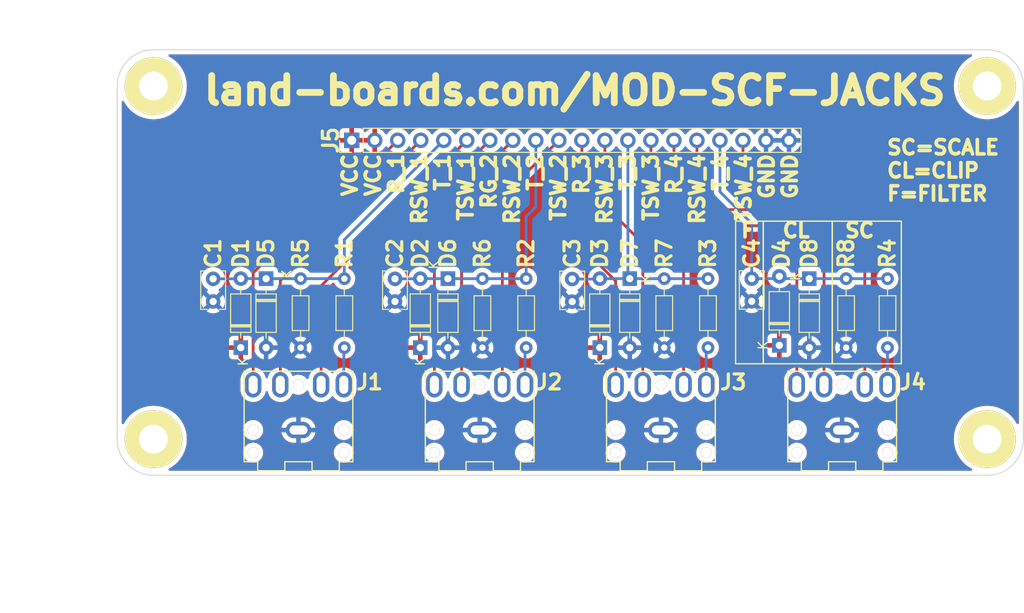
<source format=kicad_pcb>
(kicad_pcb (version 20211014) (generator pcbnew)
  (layers (0 "F.Cu" signal) (31 "B.Cu" signal) (34 "B.Paste" user) (35 "F.Paste" user) (36 "B.SilkS" user "B.Silkscreen") (37 "F.SilkS" user "F.Silkscreen") (38 "B.Mask" user) (39 "F.Mask" user) (44 "Edge.Cuts" user))
  (net 0 "")
  (net 1 "GND")
  (net 2 "/RING1")
  (net 3 "/RING1N")
  (net 4 "/TIP1")
  (net 5 "/TIP1N")
  (net 6 "/RING2N")
  (net 7 "/RING2")
  (net 8 "/TIP2N")
  (net 9 "/TIP2")
  (net 10 "/RING3N")
  (net 11 "/RING3")
  (net 12 "/TIP3N")
  (net 13 "/TIP3")
  (net 14 "/RING4N")
  (net 15 "/RING4")
  (net 16 "/TIP4N")
  (net 17 "/TIP4")
  (net 18 "Net-(J1-PadT)")
  (net 19 "Net-(J2-PadT)")
  (net 20 "Net-(J3-PadT)")
  (net 21 "Net-(J4-PadT)")
  (net 22 "VCC")
  (footprint "LandBoards_MountHoles:MTG-4-40" (layer "F.Cu") (at 94 83)
    (fp_text reference "MTG1" hide)
    (fp_text value "MountingHole" hide)
    (pad "1" thru_hole circle locked (at 0 0) (size 6.35 6.35) (drill 3.175) (layers *.Cu *.Mask "F.SilkS"))
  )
  (footprint "Resistor_THT:R_Axial_DIN0204_L3.6mm_D1.6mm_P7.62mm_Horizontal" (layer "F.Cu") (at 170.434 72.898 90)
    (fp_text reference "R8" (at 10.414 0 90) (layer "F.SilkS") (effects (font (size 1.651 1.651) (thickness 0.34925))))
    (fp_text value "33K")
    (fp_line (start 1.89 0.92) (end 5.73 0.92) (layer "F.SilkS") (width 0.12))
    (fp_line (start 5.73 -0.92) (end 1.89 -0.92) (layer "F.SilkS") (width 0.12))
    (fp_line (start 6.68 0) (end 5.73 0) (layer "F.SilkS") (width 0.12))
    (fp_line (start 0.94 0) (end 1.89 0) (layer "F.SilkS") (width 0.12))
    (fp_line (start 5.73 0.92) (end 5.73 -0.92) (layer "F.SilkS") (width 0.12))
    (fp_line (start 1.89 -0.92) (end 1.89 0.92) (layer "F.SilkS") (width 0.12))
    (pad "1" thru_hole circle (at 0 0 90) (size 1.4 1.4) (drill 0.7) (layers *.Cu *.Mask) (net 1 "GND"))
    (pad "2" thru_hole oval (at 7.62 0 90) (size 1.4 1.4) (drill 0.7) (layers *.Cu *.Mask) (net 17 "/TIP4"))
  )
  (footprint "LandBoards_Conns:Jack_3.5mm_CUI_SJ1-3523N_Horizontal" (layer "F.Cu") (at 130 82 180)
    (fp_text reference "J2" (at -7.668 5.292) (layer "F.SilkS") (effects (font (size 1.651 1.651) (thickness 0.34925))))
    (fp_text value "AudioJack3_SwitchTR" hide)
    (fp_line (start -4.5 -4.5) (end -1.5 -4.5) (layer "F.SilkS") (width 0.15))
    (fp_line (start -4.5 -3.5) (end -6 -3.5) (layer "F.SilkS") (width 0.15))
    (fp_line (start -4.5 -3.5) (end -4.5 -4.5) (layer "F.SilkS") (width 0.15))
    (fp_line (start 4.5 -3.5) (end 4.5 -4.5) (layer "F.SilkS") (width 0.15))
    (fp_line (start -1.5 -3.5) (end 1.5 -3.5) (layer "F.SilkS") (width 0.15))
    (fp_line (start -1.5 -4.5) (end -1.5 -3.5) (layer "F.SilkS") (width 0.15))
    (fp_line (start 4.5 -4.5) (end 1.5 -4.5) (layer "F.SilkS") (width 0.15))
    (fp_line (start 1.5 -4.5) (end 1.5 -3.5) (layer "F.SilkS") (width 0.15))
    (fp_line (start 6 6.5) (end 6 -3.5) (layer "F.SilkS") (width 0.15))
    (fp_line (start -6 6.5) (end -6 -3.5) (layer "F.SilkS") (width 0.15))
    (fp_line (start 4.5 -3.5) (end 6 -3.5) (layer "F.SilkS") (width 0.15))
    (fp_line (start -6 6.5) (end 6 6.5) (layer "F.SilkS") (width 0.15))
    (pad "90" thru_hole circle (at 5 0 180) (size 1.2 1.2) (drill 1.2) (layers *.Cu *.Mask))
    (pad "90" thru_hole circle (at -5 0 180) (size 1.2 1.2) (drill 1.2) (layers *.Cu *.Mask))
    (pad "90" thru_hole circle (at 0 5 180) (size 1.2 1.2) (drill 1.2) (layers *.Cu *.Mask))
    (pad "90" thru_hole circle (at 5 -2.5 180) (size 1.2 1.2) (drill 1.2) (layers *.Cu *.Mask))
    (pad "90" thru_hole circle (at -5 -2.5 180) (size 1.2 1.2) (drill 1.2) (layers *.Cu *.Mask))
    (pad "R" thru_hole oval (at 5 5 270) (size 2.8 1.8) (drill oval 2 1) (layers *.Cu *.Mask) (net 7 "/RING2"))
    (pad "RN" thru_hole oval (at 2 5 270) (size 2.8 1.8) (drill oval 2 1) (layers *.Cu *.Mask) (net 6 "/RING2N"))
    (pad "S" thru_hole oval (at 0 0 180) (size 2.8 1.8) (drill oval 2 1) (layers *.Cu *.Mask) (net 1 "GND"))
    (pad "T" thru_hole oval (at -5 5 270) (size 2.8 1.8) (drill oval 2 1) (layers *.Cu *.Mask) (net 19 "Net-(J2-PadT)"))
    (pad "TN" thru_hole oval (at -2.5 5 270) (size 2.8 1.8) (drill oval 2 1) (layers *.Cu *.Mask) (net 8 "/TIP2N"))
  )
  (footprint "Diode_THT:D_DO-35_SOD27_P7.62mm_Horizontal" (layer "F.Cu") (at 166.37 65.278 -90)
    (fp_text reference "D8" (at -2.794 0 90) (layer "F.SilkS") (effects (font (size 1.651 1.651) (thickness 0.34925))))
    (fp_text value "BAT41")
    (fp_text user "K" (at -0.254 1.524 90) (layer "F.SilkS"))
    (fp_line (start 2.53 -1.12) (end 2.53 1.12) (layer "F.SilkS") (width 0.12))
    (fp_line (start 6.58 0) (end 5.93 0) (layer "F.SilkS") (width 0.12))
    (fp_line (start 2.29 -1.12) (end 2.29 1.12) (layer "F.SilkS") (width 0.12))
    (fp_line (start 5.93 1.12) (end 5.93 -1.12) (layer "F.SilkS") (width 0.12))
    (fp_line (start 1.69 1.12) (end 5.93 1.12) (layer "F.SilkS") (width 0.12))
    (fp_line (start 2.41 -1.12) (end 2.41 1.12) (layer "F.SilkS") (width 0.12))
    (fp_line (start 1.69 -1.12) (end 1.69 1.12) (layer "F.SilkS") (width 0.12))
    (fp_line (start 1.04 0) (end 1.69 0) (layer "F.SilkS") (width 0.12))
    (fp_line (start 5.93 -1.12) (end 1.69 -1.12) (layer "F.SilkS") (width 0.12))
    (pad "1" thru_hole rect (at 0 0 270) (size 1.6 1.6) (drill 0.8) (layers *.Cu *.Mask) (net 17 "/TIP4"))
    (pad "2" thru_hole oval (at 7.62 0 270) (size 1.6 1.6) (drill 0.8) (layers *.Cu *.Mask) (net 1 "GND"))
  )
  (footprint "Resistor_THT:R_Axial_DIN0204_L3.6mm_D1.6mm_P7.62mm_Horizontal" (layer "F.Cu") (at 115.062 72.898 90)
    (fp_text reference "R1" (at 10.414 0 90) (layer "F.SilkS") (effects (font (size 1.651 1.651) (thickness 0.34925))))
    (fp_text value "22K")
    (fp_line (start 5.73 0.92) (end 5.73 -0.92) (layer "F.SilkS") (width 0.12))
    (fp_line (start 1.89 -0.92) (end 1.89 0.92) (layer "F.SilkS") (width 0.12))
    (fp_line (start 5.73 -0.92) (end 1.89 -0.92) (layer "F.SilkS") (width 0.12))
    (fp_line (start 6.68 0) (end 5.73 0) (layer "F.SilkS") (width 0.12))
    (fp_line (start 0.94 0) (end 1.89 0) (layer "F.SilkS") (width 0.12))
    (fp_line (start 1.89 0.92) (end 5.73 0.92) (layer "F.SilkS") (width 0.12))
    (pad "1" thru_hole circle (at 0 0 90) (size 1.4 1.4) (drill 0.7) (layers *.Cu *.Mask) (net 18 "Net-(J1-PadT)"))
    (pad "2" thru_hole oval (at 7.62 0 90) (size 1.4 1.4) (drill 0.7) (layers *.Cu *.Mask) (net 4 "/TIP1"))
  )
  (footprint "Diode_THT:D_DO-35_SOD27_P7.62mm_Horizontal" (layer "F.Cu") (at 163.068 72.644 90)
    (fp_text reference "D4" (at 10.16 0.254 90) (layer "F.SilkS") (effects (font (size 1.651 1.651) (thickness 0.34925))))
    (fp_text value "BAT41")
    (fp_text user "K" (at 0 -1.8 90) (layer "F.SilkS"))
    (fp_line (start 1.04 0) (end 1.69 0) (layer "F.SilkS") (width 0.12))
    (fp_line (start 2.29 -1.12) (end 2.29 1.12) (layer "F.SilkS") (width 0.12))
    (fp_line (start 2.53 -1.12) (end 2.53 1.12) (layer "F.SilkS") (width 0.12))
    (fp_line (start 1.69 -1.12) (end 1.69 1.12) (layer "F.SilkS") (width 0.12))
    (fp_line (start 5.93 -1.12) (end 1.69 -1.12) (layer "F.SilkS") (width 0.12))
    (fp_line (start 5.93 1.12) (end 5.93 -1.12) (layer "F.SilkS") (width 0.12))
    (fp_line (start 1.69 1.12) (end 5.93 1.12) (layer "F.SilkS") (width 0.12))
    (fp_line (start 2.41 -1.12) (end 2.41 1.12) (layer "F.SilkS") (width 0.12))
    (fp_line (start 6.58 0) (end 5.93 0) (layer "F.SilkS") (width 0.12))
    (pad "1" thru_hole rect (at 0 0 90) (size 1.6 1.6) (drill 0.8) (layers *.Cu *.Mask) (net 22 "VCC"))
    (pad "2" thru_hole oval (at 7.62 0 90) (size 1.6 1.6) (drill 0.8) (layers *.Cu *.Mask) (net 17 "/TIP4"))
  )
  (footprint "Resistor_THT:R_Axial_DIN0204_L3.6mm_D1.6mm_P7.62mm_Horizontal" (layer "F.Cu") (at 155.194 72.898 90)
    (fp_text reference "R3" (at 10.414 0 90) (layer "F.SilkS") (effects (font (size 1.651 1.651) (thickness 0.34925))))
    (fp_text value "22K")
    (fp_line (start 5.73 0.92) (end 5.73 -0.92) (layer "F.SilkS") (width 0.12))
    (fp_line (start 1.89 0.92) (end 5.73 0.92) (layer "F.SilkS") (width 0.12))
    (fp_line (start 5.73 -0.92) (end 1.89 -0.92) (layer "F.SilkS") (width 0.12))
    (fp_line (start 0.94 0) (end 1.89 0) (layer "F.SilkS") (width 0.12))
    (fp_line (start 1.89 -0.92) (end 1.89 0.92) (layer "F.SilkS") (width 0.12))
    (fp_line (start 6.68 0) (end 5.73 0) (layer "F.SilkS") (width 0.12))
    (pad "1" thru_hole circle (at 0 0 90) (size 1.4 1.4) (drill 0.7) (layers *.Cu *.Mask) (net 20 "Net-(J3-PadT)"))
    (pad "2" thru_hole oval (at 7.62 0 90) (size 1.4 1.4) (drill 0.7) (layers *.Cu *.Mask) (net 13 "/TIP3"))
  )
  (footprint "Diode_THT:D_DO-35_SOD27_P7.62mm_Horizontal" (layer "F.Cu") (at 106.426 65.278 -90)
    (fp_text reference "D5" (at -2.794 0 90) (layer "F.SilkS") (effects (font (size 1.651 1.651) (thickness 0.34925))))
    (fp_text value "BAT41")
    (fp_text user "K" (at -0.508 -2.286 90) (layer "F.SilkS"))
    (fp_line (start 5.93 -1.12) (end 1.69 -1.12) (layer "F.SilkS") (width 0.12))
    (fp_line (start 1.04 0) (end 1.69 0) (layer "F.SilkS") (width 0.12))
    (fp_line (start 1.69 1.12) (end 5.93 1.12) (layer "F.SilkS") (width 0.12))
    (fp_line (start 2.41 -1.12) (end 2.41 1.12) (layer "F.SilkS") (width 0.12))
    (fp_line (start 2.53 -1.12) (end 2.53 1.12) (layer "F.SilkS") (width 0.12))
    (fp_line (start 1.69 -1.12) (end 1.69 1.12) (layer "F.SilkS") (width 0.12))
    (fp_line (start 2.29 -1.12) (end 2.29 1.12) (layer "F.SilkS") (width 0.12))
    (fp_line (start 5.93 1.12) (end 5.93 -1.12) (layer "F.SilkS") (width 0.12))
    (fp_line (start 6.58 0) (end 5.93 0) (layer "F.SilkS") (width 0.12))
    (pad "1" thru_hole rect (at 0 0 270) (size 1.6 1.6) (drill 0.8) (layers *.Cu *.Mask) (net 4 "/TIP1"))
    (pad "2" thru_hole oval (at 7.62 0 270) (size 1.6 1.6) (drill 0.8) (layers *.Cu *.Mask) (net 1 "GND"))
  )
  (footprint "Capacitor_THT:C_Rect_L4.0mm_W2.5mm_P2.50mm" (layer "F.Cu") (at 140.208 65.318 -90)
    (fp_text reference "C3" (at -2.834 0 90) (layer "F.SilkS") (effects (font (size 1.651 1.651) (thickness 0.34925))))
    (fp_text value "10nF")
    (fp_line (start 3.37 0.665) (end 3.37 1.37) (layer "F.SilkS") (width 0.12))
    (fp_line (start -0.87 -1.37) (end -0.87 -0.665) (layer "F.SilkS") (width 0.12))
    (fp_line (start -0.87 1.37) (end 3.37 1.37) (layer "F.SilkS") (width 0.12))
    (fp_line (start -0.87 0.665) (end -0.87 1.37) (layer "F.SilkS") (width 0.12))
    (fp_line (start -0.87 -1.37) (end 3.37 -1.37) (layer "F.SilkS") (width 0.12))
    (fp_line (start 3.37 -1.37) (end 3.37 -0.665) (layer "F.SilkS") (width 0.12))
    (pad "1" thru_hole circle (at 0 0 270) (size 1.6 1.6) (drill 0.8) (layers *.Cu *.Mask) (net 13 "/TIP3"))
    (pad "2" thru_hole circle (at 2.5 0 270) (size 1.6 1.6) (drill 0.8) (layers *.Cu *.Mask) (net 1 "GND"))
  )
  (footprint "Diode_THT:D_DO-35_SOD27_P7.62mm_Horizontal" (layer "F.Cu") (at 123.444 72.898 90)
    (fp_text reference "D2" (at 10.414 0 90) (layer "F.SilkS") (effects (font (size 1.651 1.651) (thickness 0.34925))))
    (fp_text value "BAT41")
    (fp_text user "K" (at -1.524 0 90) (layer "F.SilkS"))
    (fp_line (start 1.69 1.12) (end 5.93 1.12) (layer "F.SilkS") (width 0.12))
    (fp_line (start 2.29 -1.12) (end 2.29 1.12) (layer "F.SilkS") (width 0.12))
    (fp_line (start 1.69 -1.12) (end 1.69 1.12) (layer "F.SilkS") (width 0.12))
    (fp_line (start 5.93 -1.12) (end 1.69 -1.12) (layer "F.SilkS") (width 0.12))
    (fp_line (start 5.93 1.12) (end 5.93 -1.12) (layer "F.SilkS") (width 0.12))
    (fp_line (start 2.41 -1.12) (end 2.41 1.12) (layer "F.SilkS") (width 0.12))
    (fp_line (start 1.04 0) (end 1.69 0) (layer "F.SilkS") (width 0.12))
    (fp_line (start 6.58 0) (end 5.93 0) (layer "F.SilkS") (width 0.12))
    (fp_line (start 2.53 -1.12) (end 2.53 1.12) (layer "F.SilkS") (width 0.12))
    (pad "1" thru_hole rect (at 0 0 90) (size 1.6 1.6) (drill 0.8) (layers *.Cu *.Mask) (net 22 "VCC"))
    (pad "2" thru_hole oval (at 7.62 0 90) (size 1.6 1.6) (drill 0.8) (layers *.Cu *.Mask) (net 9 "/TIP2"))
  )
  (footprint "Diode_THT:D_DO-35_SOD27_P7.62mm_Horizontal" (layer "F.Cu") (at 103.632 72.898 90)
    (fp_text reference "D1" (at 10.414 0 90) (layer "F.SilkS") (effects (font (size 1.651 1.651) (thickness 0.34925))))
    (fp_text value "BAT41")
    (fp_text user "K" (at -1.524 0.254 90) (layer "F.SilkS"))
    (fp_line (start 6.58 0) (end 5.93 0) (layer "F.SilkS") (width 0.12))
    (fp_line (start 2.41 -1.12) (end 2.41 1.12) (layer "F.SilkS") (width 0.12))
    (fp_line (start 2.53 -1.12) (end 2.53 1.12) (layer "F.SilkS") (width 0.12))
    (fp_line (start 5.93 -1.12) (end 1.69 -1.12) (layer "F.SilkS") (width 0.12))
    (fp_line (start 1.69 -1.12) (end 1.69 1.12) (layer "F.SilkS") (width 0.12))
    (fp_line (start 2.29 -1.12) (end 2.29 1.12) (layer "F.SilkS") (width 0.12))
    (fp_line (start 1.69 1.12) (end 5.93 1.12) (layer "F.SilkS") (width 0.12))
    (fp_line (start 5.93 1.12) (end 5.93 -1.12) (layer "F.SilkS") (width 0.12))
    (fp_line (start 1.04 0) (end 1.69 0) (layer "F.SilkS") (width 0.12))
    (pad "1" thru_hole rect (at 0 0 90) (size 1.6 1.6) (drill 0.8) (layers *.Cu *.Mask) (net 22 "VCC"))
    (pad "2" thru_hole oval (at 7.62 0 90) (size 1.6 1.6) (drill 0.8) (layers *.Cu *.Mask) (net 4 "/TIP1"))
  )
  (footprint "Diode_THT:D_DO-35_SOD27_P7.62mm_Horizontal" (layer "F.Cu") (at 143.256 72.898 90)
    (fp_text reference "D3" (at 10.414 0 90) (layer "F.SilkS") (effects (font (size 1.651 1.651) (thickness 0.34925))))
    (fp_text value "BAT41")
    (fp_text user "K" (at -1.524 0 90) (layer "F.SilkS"))
    (fp_line (start 2.29 -1.12) (end 2.29 1.12) (layer "F.SilkS") (width 0.12))
    (fp_line (start 1.04 0) (end 1.69 0) (layer "F.SilkS") (width 0.12))
    (fp_line (start 2.41 -1.12) (end 2.41 1.12) (layer "F.SilkS") (width 0.12))
    (fp_line (start 2.53 -1.12) (end 2.53 1.12) (layer "F.SilkS") (width 0.12))
    (fp_line (start 5.93 1.12) (end 5.93 -1.12) (layer "F.SilkS") (width 0.12))
    (fp_line (start 5.93 -1.12) (end 1.69 -1.12) (layer "F.SilkS") (width 0.12))
    (fp_line (start 6.58 0) (end 5.93 0) (layer "F.SilkS") (width 0.12))
    (fp_line (start 1.69 -1.12) (end 1.69 1.12) (layer "F.SilkS") (width 0.12))
    (fp_line (start 1.69 1.12) (end 5.93 1.12) (layer "F.SilkS") (width 0.12))
    (pad "1" thru_hole rect (at 0 0 90) (size 1.6 1.6) (drill 0.8) (layers *.Cu *.Mask) (net 22 "VCC"))
    (pad "2" thru_hole oval (at 7.62 0 90) (size 1.6 1.6) (drill 0.8) (layers *.Cu *.Mask) (net 13 "/TIP3"))
  )
  (footprint "Diode_THT:D_DO-35_SOD27_P7.62mm_Horizontal" (layer "F.Cu") (at 126.492 65.278 -90)
    (fp_text reference "D6" (at -2.794 0 90) (layer "F.SilkS") (effects (font (size 1.651 1.651) (thickness 0.34925))))
    (fp_text value "BAT41")
    (fp_text user "K" (at -1.524 1.524 90) (layer "F.SilkS"))
    (fp_line (start 1.69 1.12) (end 5.93 1.12) (layer "F.SilkS") (width 0.12))
    (fp_line (start 1.69 -1.12) (end 1.69 1.12) (layer "F.SilkS") (width 0.12))
    (fp_line (start 2.41 -1.12) (end 2.41 1.12) (layer "F.SilkS") (width 0.12))
    (fp_line (start 1.04 0) (end 1.69 0) (layer "F.SilkS") (width 0.12))
    (fp_line (start 5.93 1.12) (end 5.93 -1.12) (layer "F.SilkS") (width 0.12))
    (fp_line (start 6.58 0) (end 5.93 0) (layer "F.SilkS") (width 0.12))
    (fp_line (start 2.29 -1.12) (end 2.29 1.12) (layer "F.SilkS") (width 0.12))
    (fp_line (start 2.53 -1.12) (end 2.53 1.12) (layer "F.SilkS") (width 0.12))
    (fp_line (start 5.93 -1.12) (end 1.69 -1.12) (layer "F.SilkS") (width 0.12))
    (pad "1" thru_hole rect (at 0 0 270) (size 1.6 1.6) (drill 0.8) (layers *.Cu *.Mask) (net 9 "/TIP2"))
    (pad "2" thru_hole oval (at 7.62 0 270) (size 1.6 1.6) (drill 0.8) (layers *.Cu *.Mask) (net 1 "GND"))
  )
  (footprint "Diode_THT:D_DO-35_SOD27_P7.62mm_Horizontal" (layer "F.Cu") (at 146.558 65.278 -90)
    (fp_text reference "D7" (at -2.794 0 90) (layer "F.SilkS") (effects (font (size 1.651 1.651) (thickness 0.34925))))
    (fp_text value "BAT41")
    (fp_text user "K" (at 0 -1.8 90) (layer "F.SilkS"))
    (fp_line (start 6.58 0) (end 5.93 0) (layer "F.SilkS") (width 0.12))
    (fp_line (start 1.04 0) (end 1.69 0) (layer "F.SilkS") (width 0.12))
    (fp_line (start 2.29 -1.12) (end 2.29 1.12) (layer "F.SilkS") (width 0.12))
    (fp_line (start 2.53 -1.12) (end 2.53 1.12) (layer "F.SilkS") (width 0.12))
    (fp_line (start 5.93 1.12) (end 5.93 -1.12) (layer "F.SilkS") (width 0.12))
    (fp_line (start 2.41 -1.12) (end 2.41 1.12) (layer "F.SilkS") (width 0.12))
    (fp_line (start 1.69 -1.12) (end 1.69 1.12) (layer "F.SilkS") (width 0.12))
    (fp_line (start 1.69 1.12) (end 5.93 1.12) (layer "F.SilkS") (width 0.12))
    (fp_line (start 5.93 -1.12) (end 1.69 -1.12) (layer "F.SilkS") (width 0.12))
    (pad "1" thru_hole rect (at 0 0 270) (size 1.6 1.6) (drill 0.8) (layers *.Cu *.Mask) (net 13 "/TIP3"))
    (pad "2" thru_hole oval (at 7.62 0 270) (size 1.6 1.6) (drill 0.8) (layers *.Cu *.Mask) (net 1 "GND"))
  )
  (footprint "LandBoards_MountHoles:MTG-4-40" (layer "F.Cu") (at 94 44)
    (fp_text reference "MTG3" hide)
    (fp_text value "MountingHole" hide)
    (pad "1" thru_hole circle locked (at 0 0) (size 6.35 6.35) (drill 3.175) (layers *.Cu *.Mask "F.SilkS"))
  )
  (footprint "Resistor_THT:R_Axial_DIN0204_L3.6mm_D1.6mm_P7.62mm_Horizontal" (layer "F.Cu") (at 130.302 72.898 90)
    (fp_text reference "R6" (at 10.414 0 90) (layer "F.SilkS") (effects (font (size 1.651 1.651) (thickness 0.34925))))
    (fp_text value "33K")
    (fp_line (start 6.68 0) (end 5.73 0) (layer "F.SilkS") (width 0.12))
    (fp_line (start 1.89 -0.92) (end 1.89 0.92) (layer "F.SilkS") (width 0.12))
    (fp_line (start 1.89 0.92) (end 5.73 0.92) (layer "F.SilkS") (width 0.12))
    (fp_line (start 0.94 0) (end 1.89 0) (layer "F.SilkS") (width 0.12))
    (fp_line (start 5.73 -0.92) (end 1.89 -0.92) (layer "F.SilkS") (width 0.12))
    (fp_line (start 5.73 0.92) (end 5.73 -0.92) (layer "F.SilkS") (width 0.12))
    (pad "1" thru_hole circle (at 0 0 90) (size 1.4 1.4) (drill 0.7) (layers *.Cu *.Mask) (net 1 "GND"))
    (pad "2" thru_hole oval (at 7.62 0 90) (size 1.4 1.4) (drill 0.7) (layers *.Cu *.Mask) (net 9 "/TIP2"))
  )
  (footprint "LandBoards_Conns:Jack_3.5mm_CUI_SJ1-3523N_Horizontal" (layer "F.Cu") (at 170 82 180)
    (fp_text reference "J4" (at -7.8 5.292) (layer "F.SilkS") (effects (font (size 1.651 1.651) (thickness 0.34925))))
    (fp_text value "AudioJack3_SwitchTR" hide)
    (fp_line (start 4.5 -4.5) (end 1.5 -4.5) (layer "F.SilkS") (width 0.15))
    (fp_line (start 4.5 -3.5) (end 4.5 -4.5) (layer "F.SilkS") (width 0.15))
    (fp_line (start -1.5 -3.5) (end 1.5 -3.5) (layer "F.SilkS") (width 0.15))
    (fp_line (start -6 6.5) (end 6 6.5) (layer "F.SilkS") (width 0.15))
    (fp_line (start -4.5 -3.5) (end -6 -3.5) (layer "F.SilkS") (width 0.15))
    (fp_line (start -4.5 -3.5) (end -4.5 -4.5) (layer "F.SilkS") (width 0.15))
    (fp_line (start -1.5 -4.5) (end -1.5 -3.5) (layer "F.SilkS") (width 0.15))
    (fp_line (start -6 6.5) (end -6 -3.5) (layer "F.SilkS") (width 0.15))
    (fp_line (start 4.5 -3.5) (end 6 -3.5) (layer "F.SilkS") (width 0.15))
    (fp_line (start -4.5 -4.5) (end -1.5 -4.5) (layer "F.SilkS") (width 0.15))
    (fp_line (start 1.5 -4.5) (end 1.5 -3.5) (layer "F.SilkS") (width 0.15))
    (fp_line (start 6 6.5) (end 6 -3.5) (layer "F.SilkS") (width 0.15))
    (pad "90" thru_hole circle (at 5 0 180) (size 1.2 1.2) (drill 1.2) (layers *.Cu *.Mask))
    (pad "90" thru_hole circle (at -5 0 180) (size 1.2 1.2) (drill 1.2) (layers *.Cu *.Mask))
    (pad "90" thru_hole circle (at 5 -2.5 180) (size 1.2 1.2) (drill 1.2) (layers *.Cu *.Mask))
    (pad "90" thru_hole circle (at 0 5 180) (size 1.2 1.2) (drill 1.2) (layers *.Cu *.Mask))
    (pad "90" thru_hole circle (at -5 -2.5 180) (size 1.2 1.2) (drill 1.2) (layers *.Cu *.Mask))
    (pad "R" thru_hole oval (at 5 5 270) (size 2.8 1.8) (drill oval 2 1) (layers *.Cu *.Mask) (net 15 "/RING4"))
    (pad "RN" thru_hole oval (at 2 5 270) (size 2.8 1.8) (drill oval 2 1) (layers *.Cu *.Mask) (net 14 "/RING4N"))
    (pad "S" thru_hole oval (at 0 0 180) (size 2.8 1.8) (drill oval 2 1) (layers *.Cu *.Mask) (net 1 "GND"))
    (pad "T" thru_hole oval (at -5 5 270) (size 2.8 1.8) (drill oval 2 1) (layers *.Cu *.Mask) (net 21 "Net-(J4-PadT)"))
    (pad "TN" thru_hole oval (at -2.5 5 270) (size 2.8 1.8) (drill oval 2 1) (layers *.Cu *.Mask) (net 16 "/TIP4N"))
  )
  (footprint "Connector_PinHeader_2.54mm:PinHeader_1x20_P2.54mm_Vertical" (layer "F.Cu") (at 115.875 50 90)
    (fp_text reference "J5" (at 0 -2.33 90) (layer "F.SilkS") (effects (font (size 1.651 1.651) (thickness 0.34925))))
    (fp_text value "Conn_02x10_Odd_Even")
    (fp_line (start -1.33 0) (end -1.33 -1.33) (layer "F.SilkS") (width 0.12))
    (fp_line (start 1.33 1.27) (end 1.33 49.59) (layer "F.SilkS") (width 0.12))
    (fp_line (start -1.33 49.59) (end 1.33 49.59) (layer "F.SilkS") (width 0.12))
    (fp_line (start -1.33 1.27) (end -1.33 49.59) (layer "F.SilkS") (width 0.12))
    (fp_line (start -1.33 1.27) (end 1.33 1.27) (layer "F.SilkS") (width 0.12))
    (fp_line (start -1.33 -1.33) (end 0 -1.33) (layer "F.SilkS") (width 0.12))
    (pad "1" thru_hole rect (at 0 0 90) (size 1.7 1.7) (drill 1) (layers *.Cu *.Mask) (net 22 "VCC"))
    (pad "2" thru_hole oval (at 0 2.54 90) (size 1.7 1.7) (drill 1) (layers *.Cu *.Mask) (net 22 "VCC"))
    (pad "3" thru_hole oval (at 0 5.08 90) (size 1.7 1.7) (drill 1) (layers *.Cu *.Mask) (net 2 "/RING1"))
    (pad "4" thru_hole oval (at 0 7.62 90) (size 1.7 1.7) (drill 1) (layers *.Cu *.Mask) (net 3 "/RING1N"))
    (pad "5" thru_hole oval (at 0 10.16 90) (size 1.7 1.7) (drill 1) (layers *.Cu *.Mask) (net 4 "/TIP1"))
    (pad "6" thru_hole oval (at 0 12.7 90) (size 1.7 1.7) (drill 1) (layers *.Cu *.Mask) (net 5 "/TIP1N"))
    (pad "7" thru_hole oval (at 0 15.24 90) (size 1.7 1.7) (drill 1) (layers *.Cu *.Mask) (net 7 "/RING2"))
    (pad "8" thru_hole oval (at 0 17.78 90) (size 1.7 1.7) (drill 1) (layers *.Cu *.Mask) (net 6 "/RING2N"))
    (pad "9" thru_hole oval (at 0 20.32 90) (size 1.7 1.7) (drill 1) (layers *.Cu *.Mask) (net 9 "/TIP2"))
    (pad "10" thru_hole oval (at 0 22.86 90) (size 1.7 1.7) (drill 1) (layers *.Cu *.Mask) (net 8 "/TIP2N"))
    (pad "11" thru_hole oval (at 0 25.4 90) (size 1.7 1.7) (drill 1) (layers *.Cu *.Mask) (net 11 "/RING3"))
    (pad "12" thru_hole oval (at 0 27.94 90) (size 1.7 1.7) (drill 1) (layers *.Cu *.Mask) (net 10 "/RING3N"))
    (pad "13" thru_hole oval (at 0 30.48 90) (size 1.7 1.7) (drill 1) (layers *.Cu *.Mask) (net 13 "/TIP3"))
    (pad "14" thru_hole oval (at 0 33.02 90) (size 1.7 1.7) (drill 1) (layers *.Cu *.Mask) (net 12 "/TIP3N"))
    (pad "15" thru_hole oval (at 0 35.56 90) (size 1.7 1.7) (drill 1) (layers *.Cu *.Mask) (net 15 "/RING4"))
    (pad "16" thru_hole oval (at 0 38.1 90) (size 1.7 1.7) (drill 1) (layers *.Cu *.Mask) (net 14 "/RING4N"))
    (pad "17" thru_hole oval (at 0 40.64 90) (size 1.7 1.7) (drill 1) (layers *.Cu *.Mask) (net 17 "/TIP4"))
    (pad "18" thru_hole oval (at 0 43.18 90) (size 1.7 1.7) (drill 1) (layers *.Cu *.Mask) (net 16 "/TIP4N"))
    (pad "19" thru_hole oval (at 0 45.72 90) (size 1.7 1.7) (drill 1) (layers *.Cu *.Mask) (net 1 "GND"))
    (pad "20" thru_hole oval (at 0 48.26 90) (size 1.7 1.7) (drill 1) (layers *.Cu *.Mask) (net 1 "GND"))
  )
  (footprint "LandBoards_Conns:Jack_3.5mm_CUI_SJ1-3523N_Horizontal" (layer "F.Cu") (at 110 82 180)
    (fp_text reference "J1" (at -7.856 5.292) (layer "F.SilkS") (effects (font (size 1.651 1.651) (thickness 0.34925))))
    (fp_text value "AudioJack3_SwitchTR" hide)
    (fp_line (start -4.5 -3.5) (end -4.5 -4.5) (layer "F.SilkS") (width 0.15))
    (fp_line (start -4.5 -4.5) (end -1.5 -4.5) (layer "F.SilkS") (width 0.15))
    (fp_line (start -6 6.5) (end 6 6.5) (layer "F.SilkS") (width 0.15))
    (fp_line (start -6 6.5) (end -6 -3.5) (layer "F.SilkS") (width 0.15))
    (fp_line (start -1.5 -4.5) (end -1.5 -3.5) (layer "F.SilkS") (width 0.15))
    (fp_line (start -1.5 -3.5) (end 1.5 -3.5) (layer "F.SilkS") (width 0.15))
    (fp_line (start 1.5 -4.5) (end 1.5 -3.5) (layer "F.SilkS") (width 0.15))
    (fp_line (start 4.5 -3.5) (end 6 -3.5) (layer "F.SilkS") (width 0.15))
    (fp_line (start 6 6.5) (end 6 -3.5) (layer "F.SilkS") (width 0.15))
    (fp_line (start -4.5 -3.5) (end -6 -3.5) (layer "F.SilkS") (width 0.15))
    (fp_line (start 4.5 -4.5) (end 1.5 -4.5) (layer "F.SilkS") (width 0.15))
    (fp_line (start 4.5 -3.5) (end 4.5 -4.5) (layer "F.SilkS") (width 0.15))
    (pad "90" thru_hole circle (at 0 5 180) (size 1.2 1.2) (drill 1.2) (layers *.Cu *.Mask))
    (pad "90" thru_hole circle (at 5 0 180) (size 1.2 1.2) (drill 1.2) (layers *.Cu *.Mask))
    (pad "90" thru_hole circle (at 5 -2.5 180) (size 1.2 1.2) (drill 1.2) (layers *.Cu *.Mask))
    (pad "90" thru_hole circle (at -5 -2.5 180) (size 1.2 1.2) (drill 1.2) (layers *.Cu *.Mask))
    (pad "90" thru_hole circle (at -5 0 180) (size 1.2 1.2) (drill 1.2) (layers *.Cu *.Mask))
    (pad "R" thru_hole oval (at 5 5 270) (size 2.8 1.8) (drill oval 2 1) (layers *.Cu *.Mask) (net 2 "/RING1"))
    (pad "RN" thru_hole oval (at 2 5 270) (size 2.8 1.8) (drill oval 2 1) (layers *.Cu *.Mask) (net 3 "/RING1N"))
    (pad "S" thru_hole oval (at 0 0 180) (size 2.8 1.8) (drill oval 2 1) (layers *.Cu *.Mask) (net 1 "GND"))
    (pad "T" thru_hole oval (at -5 5 270) (size 2.8 1.8) (drill oval 2 1) (layers *.Cu *.Mask) (net 18 "Net-(J1-PadT)"))
    (pad "TN" thru_hole oval (at -2.5 5 270) (size 2.8 1.8) (drill oval 2 1) (layers *.Cu *.Mask) (net 5 "/TIP1N"))
  )
  (footprint "Capacitor_THT:C_Rect_L4.0mm_W2.5mm_P2.50mm" (layer "F.Cu") (at 100.584 65.298 -90)
    (fp_text reference "C1" (at -2.814 0 90) (layer "F.SilkS") (effects (font (size 1.651 1.651) (thickness 0.34925))))
    (fp_text value "10nF")
    (fp_line (start 3.37 -1.37) (end 3.37 -0.665) (layer "F.SilkS") (width 0.12))
    (fp_line (start -0.87 0.665) (end -0.87 1.37) (layer "F.SilkS") (width 0.12))
    (fp_line (start -0.87 -1.37) (end 3.37 -1.37) (layer "F.SilkS") (width 0.12))
    (fp_line (start -0.87 -1.37) (end -0.87 -0.665) (layer "F.SilkS") (width 0.12))
    (fp_line (start 3.37 0.665) (end 3.37 1.37) (layer "F.SilkS") (width 0.12))
    (fp_line (start -0.87 1.37) (end 3.37 1.37) (layer "F.SilkS") (width 0.12))
    (pad "1" thru_hole circle (at 0 0 270) (size 1.6 1.6) (drill 0.8) (layers *.Cu *.Mask) (net 4 "/TIP1"))
    (pad "2" thru_hole circle (at 2.5 0 270) (size 1.6 1.6) (drill 0.8) (layers *.Cu *.Mask) (net 1 "GND"))
  )
  (footprint "Capacitor_THT:C_Rect_L4.0mm_W2.5mm_P2.50mm" (layer "F.Cu") (at 120.65 65.298 -90)
    (fp_text reference "C2" (at -2.814 0 90) (layer "F.SilkS") (effects (font (size 1.651 1.651) (thickness 0.34925))))
    (fp_text value "10nF")
    (fp_line (start -0.87 1.37) (end 3.37 1.37) (layer "F.SilkS") (width 0.12))
    (fp_line (start -0.87 -1.37) (end 3.37 -1.37) (layer "F.SilkS") (width 0.12))
    (fp_line (start 3.37 -1.37) (end 3.37 -0.665) (layer "F.SilkS") (width 0.12))
    (fp_line (start -0.87 0.665) (end -0.87 1.37) (layer "F.SilkS") (width 0.12))
    (fp_line (start 3.37 0.665) (end 3.37 1.37) (layer "F.SilkS") (width 0.12))
    (fp_line (start -0.87 -1.37) (end -0.87 -0.665) (layer "F.SilkS") (width 0.12))
    (pad "1" thru_hole circle (at 0 0 270) (size 1.6 1.6) (drill 0.8) (layers *.Cu *.Mask) (net 9 "/TIP2"))
    (pad "2" thru_hole circle (at 2.5 0 270) (size 1.6 1.6) (drill 0.8) (layers *.Cu *.Mask) (net 1 "GND"))
  )
  (footprint "Capacitor_THT:C_Rect_L4.0mm_W2.5mm_P2.50mm" (layer "F.Cu") (at 160.02 65.278 -90)
    (fp_text reference "C4" (at -2.794 0 90) (layer "F.SilkS") (effects (font (size 1.651 1.651) (thickness 0.34925))))
    (fp_text value "10nF")
    (fp_line (start -0.87 0.665) (end -0.87 1.37) (layer "F.SilkS") (width 0.12))
    (fp_line (start 3.37 -1.37) (end 3.37 -0.665) (layer "F.SilkS") (width 0.12))
    (fp_line (start -0.87 -1.37) (end -0.87 -0.665) (layer "F.SilkS") (width 0.12))
    (fp_line (start 3.37 0.665) (end 3.37 1.37) (layer "F.SilkS") (width 0.12))
    (fp_line (start -0.87 -1.37) (end 3.37 -1.37) (layer "F.SilkS") (width 0.12))
    (fp_line (start -0.87 1.37) (end 3.37 1.37) (layer "F.SilkS") (width 0.12))
    (pad "1" thru_hole circle (at 0 0 270) (size 1.6 1.6) (drill 0.8) (layers *.Cu *.Mask) (net 17 "/TIP4"))
    (pad "2" thru_hole circle (at 2.5 0 270) (size 1.6 1.6) (drill 0.8) (layers *.Cu *.Mask) (net 1 "GND"))
  )
  (footprint "Resistor_THT:R_Axial_DIN0204_L3.6mm_D1.6mm_P7.62mm_Horizontal" (layer "F.Cu") (at 175.006 72.898 90)
    (fp_text reference "R4" (at 10.414 0 90) (layer "F.SilkS") (effects (font (size 1.651 1.651) (thickness 0.34925))))
    (fp_text value "22K")
    (fp_line (start 5.73 -0.92) (end 1.89 -0.92) (layer "F.SilkS") (width 0.12))
    (fp_line (start 5.73 0.92) (end 5.73 -0.92) (layer "F.SilkS") (width 0.12))
    (fp_line (start 0.94 0) (end 1.89 0) (layer "F.SilkS") (width 0.12))
    (fp_line (start 6.68 0) (end 5.73 0) (layer "F.SilkS") (width 0.12))
    (fp_line (start 1.89 -0.92) (end 1.89 0.92) (layer "F.SilkS") (width 0.12))
    (fp_line (start 1.89 0.92) (end 5.73 0.92) (layer "F.SilkS") (width 0.12))
    (pad "1" thru_hole circle (at 0 0 90) (size 1.4 1.4) (drill 0.7) (layers *.Cu *.Mask) (net 21 "Net-(J4-PadT)"))
    (pad "2" thru_hole oval (at 7.62 0 90) (size 1.4 1.4) (drill 0.7) (layers *.Cu *.Mask) (net 17 "/TIP4"))
  )
  (footprint "LandBoards_Conns:Jack_3.5mm_CUI_SJ1-3523N_Horizontal" (layer "F.Cu") (at 150 82 180)
    (fp_text reference "J3" (at -7.988 5.292) (layer "F.SilkS") (effects (font (size 1.651 1.651) (thickness 0.34925))))
    (fp_text value "AudioJack3_SwitchTR" hide)
    (fp_line (start 4.5 -4.5) (end 1.5 -4.5) (layer "F.SilkS") (width 0.15))
    (fp_line (start 6 6.5) (end 6 -3.5) (layer "F.SilkS") (width 0.15))
    (fp_line (start -4.5 -3.5) (end -6 -3.5) (layer "F.SilkS") (width 0.15))
    (fp_line (start -6 6.5) (end -6 -3.5) (layer "F.SilkS") (width 0.15))
    (fp_line (start 4.5 -3.5) (end 4.5 -4.5) (layer "F.SilkS") (width 0.15))
    (fp_line (start -4.5 -4.5) (end -1.5 -4.5) (layer "F.SilkS") (width 0.15))
    (fp_line (start -4.5 -3.5) (end -4.5 -4.5) (layer "F.SilkS") (width 0.15))
    (fp_line (start 1.5 -4.5) (end 1.5 -3.5) (layer "F.SilkS") (width 0.15))
    (fp_line (start 4.5 -3.5) (end 6 -3.5) (layer "F.SilkS") (width 0.15))
    (fp_line (start -1.5 -3.5) (end 1.5 -3.5) (layer "F.SilkS") (width 0.15))
    (fp_line (start -1.5 -4.5) (end -1.5 -3.5) (layer "F.SilkS") (width 0.15))
    (fp_line (start -6 6.5) (end 6 6.5) (layer "F.SilkS") (width 0.15))
    (pad "90" thru_hole circle (at -5 0 180) (size 1.2 1.2) (drill 1.2) (layers *.Cu *.Mask))
    (pad "90" thru_hole circle (at 0 5 180) (size 1.2 1.2) (drill 1.2) (layers *.Cu *.Mask))
    (pad "90" thru_hole circle (at -5 -2.5 180) (size 1.2 1.2) (drill 1.2) (layers *.Cu *.Mask))
    (pad "90" thru_hole circle (at 5 -2.5 180) (size 1.2 1.2) (drill 1.2) (layers *.Cu *.Mask))
    (pad "90" thru_hole circle (at 5 0 180) (size 1.2 1.2) (drill 1.2) (layers *.Cu *.Mask))
    (pad "R" thru_hole oval (at 5 5 270) (size 2.8 1.8) (drill oval 2 1) (layers *.Cu *.Mask) (net 11 "/RING3"))
    (pad "RN" thru_hole oval (at 2 5 270) (size 2.8 1.8) (drill oval 2 1) (layers *.Cu *.Mask) (net 10 "/RING3N"))
    (pad "S" thru_hole oval (at 0 0 180) (size 2.8 1.8) (drill oval 2 1) (layers *.Cu *.Mask) (net 1 "GND"))
    (pad "T" thru_hole oval (at -5 5 270) (size 2.8 1.8) (drill oval 2 1) (layers *.Cu *.Mask) (net 20 "Net-(J3-PadT)"))
    (pad "TN" thru_hole oval (at -2.5 5 270) (size 2.8 1.8) (drill oval 2 1) (layers *.Cu *.Mask) (net 12 "/TIP3N"))
  )
  (footprint "Resistor_THT:R_Axial_DIN0204_L3.6mm_D1.6mm_P7.62mm_Horizontal" (layer "F.Cu") (at 150.368 72.898 90)
    (fp_text reference "R7" (at 10.414 0 90) (layer "F.SilkS") (effects (font (size 1.651 1.651) (thickness 0.34925))))
    (fp_text value "33K")
    (fp_line (start 5.73 -0.92) (end 1.89 -0.92) (layer "F.SilkS") (width 0.12))
    (fp_line (start 5.73 0.92) (end 5.73 -0.92) (layer "F.SilkS") (width 0.12))
    (fp_line (start 1.89 -0.92) (end 1.89 0.92) (layer "F.SilkS") (width 0.12))
    (fp_line (start 1.89 0.92) (end 5.73 0.92) (layer "F.SilkS") (width 0.12))
    (fp_line (start 6.68 0) (end 5.73 0) (layer "F.SilkS") (width 0.12))
    (fp_line (start 0.94 0) (end 1.89 0) (layer "F.SilkS") (width 0.12))
    (pad "1" thru_hole circle (at 0 0 90) (size 1.4 1.4) (drill 0.7) (layers *.Cu *.Mask) (net 1 "GND"))
    (pad "2" thru_hole oval (at 7.62 0 90) (size 1.4 1.4) (drill 0.7) (layers *.Cu *.Mask) (net 13 "/TIP3"))
  )
  (footprint "Resistor_THT:R_Axial_DIN0204_L3.6mm_D1.6mm_P7.62mm_Horizontal" (layer "F.Cu") (at 110.236 72.898 90)
    (fp_text reference "R5" (at 10.414 0 90) (layer "F.SilkS") (effects (font (size 1.651 1.651) (thickness 0.34925))))
    (fp_text value "33K")
    (fp_line (start 5.73 0.92) (end 5.73 -0.92) (layer "F.SilkS") (width 0.12))
    (fp_line (start 1.89 0.92) (end 5.73 0.92) (layer "F.SilkS") (width 0.12))
    (fp_line (start 0.94 0) (end 1.89 0) (layer "F.SilkS") (width 0.12))
    (fp_line (start 1.89 -0.92) (end 1.89 0.92) (layer "F.SilkS") (width 0.12))
    (fp_line (start 6.68 0) (end 5.73 0) (layer "F.SilkS") (width 0.12))
    (fp_line (start 5.73 -0.92) (end 1.89 -0.92) (layer "F.SilkS") (width 0.12))
    (pad "1" thru_hole circle (at 0 0 90) (size 1.4 1.4) (drill 0.7) (layers *.Cu *.Mask) (net 1 "GND"))
    (pad "2" thru_hole oval (at 7.62 0 90) (size 1.4 1.4) (drill 0.7) (layers *.Cu *.Mask) (net 4 "/TIP1"))
  )
  (footprint "LandBoards_MountHoles:MTG-4-40" (layer "F.Cu") (at 186 83)
    (fp_text reference "MTG2" hide)
    (fp_text value "MountingHole" hide)
    (pad "1" thru_hole circle locked (at 0 0) (size 6.35 6.35) (drill 3.175) (layers *.Cu *.Mask "F.SilkS"))
  )
  (footprint "LandBoards_MountHoles:MTG-4-40" (layer "F.Cu") (at 186 44)
    (fp_text reference "MTG4" hide)
    (fp_text value "MountingHole" hide)
    (pad "1" thru_hole circle locked (at 0 0) (size 6.35 6.35) (drill 3.175) (layers *.Cu *.Mask "F.SilkS"))
  )
  (footprint "Resistor_THT:R_Axial_DIN0204_L3.6mm_D1.6mm_P7.62mm_Horizontal" (layer "F.Cu") (at 135.128 72.898 90)
    (fp_text reference "R2" (at 10.414 0 90) (layer "F.SilkS") (effects (font (size 1.651 1.651) (thickness 0.34925))))
    (fp_text value "22K")
    (fp_line (start 0.94 0) (end 1.89 0) (layer "F.SilkS") (width 0.12))
    (fp_line (start 6.68 0) (end 5.73 0) (layer "F.SilkS") (width 0.12))
    (fp_line (start 5.73 -0.92) (end 1.89 -0.92) (layer "F.SilkS") (width 0.12))
    (fp_line (start 5.73 0.92) (end 5.73 -0.92) (layer "F.SilkS") (width 0.12))
    (fp_line (start 1.89 -0.92) (end 1.89 0.92) (layer "F.SilkS") (width 0.12))
    (fp_line (start 1.89 0.92) (end 5.73 0.92) (layer "F.SilkS") (width 0.12))
    (pad "1" thru_hole circle (at 0 0 90) (size 1.4 1.4) (drill 0.7) (layers *.Cu *.Mask) (net 19 "Net-(J2-PadT)"))
    (pad "2" thru_hole oval (at 7.62 0 90) (size 1.4 1.4) (drill 0.7) (layers *.Cu *.Mask) (net 9 "/TIP2"))
  )
  (gr_rect (start 161.29 58.928) (end 168.91 74.676) (layer "F.SilkS") (width 0.15) (fill none))
  (gr_rect (start 158.242 58.928) (end 161.29 74.676) (layer "F.SilkS") (width 0.15) (fill none))
  (gr_rect (start 168.91 58.928) (end 176.53 74.676) (layer "F.SilkS") (width 0.15) (fill none))
  (gr_arc (start 186 40) (mid 188.828427 41.171573) (end 190 44) (layer "Edge.Cuts") (width 0.1))
  (gr_line (start 90 83) (end 90 44) (layer "Edge.Cuts") (width 0.1))
  (gr_arc (start 94 87) (mid 91.171573 85.828427) (end 90 83) (layer "Edge.Cuts") (width 0.1))
  (gr_line (start 190 44) (end 190 83) (layer "Edge.Cuts") (width 0.1))
  (gr_line (start 94 40) (end 186 40) (layer "Edge.Cuts") (width 0.1))
  (gr_arc (start 90 44) (mid 91.171573 41.171573) (end 94 40) (layer "Edge.Cuts") (width 0.1))
  (gr_line (start 186 87) (end 94 87) (layer "Edge.Cuts") (width 0.1))
  (gr_arc (start 190 83) (mid 188.828427 85.828427) (end 186 87) (layer "Edge.Cuts") (width 0.1))
  (gr_text "SC" (at 173.736 59.944) (layer "F.SilkS") (effects (font (size 1.5875 1.5875) (thickness 0.396875)) (justify right)))
  (gr_text "VCC\nVCC\nR_1\nRSW_1\nT_1\nTSW_1\nRG_2\nRSW_2\nT_2\nTSW_2\nR_3\nRSW_3\nT_3\nTSW_3\nR_4\nRSW_4\nT_4\nTSW_4\nGND\nGND" (at 139.954 51.308 90) (layer "F.SilkS") (effects (font (size 1.5875 1.5875) (thickness 0.396875)) (justify right)))
  (gr_text "CL" (at 166.624 59.944) (layer "F.SilkS") (effects (font (size 1.5875 1.5875) (thickness 0.396875)) (justify right)))
  (gr_text "F" (at 160.528 59.944) (layer "F.SilkS") (effects (font (size 1.5875 1.5875) (thickness 0.396875)) (justify right)))
  (gr_text "SC=SCALE\nCL=CLIP\nF=FILTER" (at 174.752 53.34) (layer "F.SilkS") (effects (font (size 1.5875 1.5875) (thickness 0.396875)) (justify left)))
  (gr_text "land-boards.com/MOD-SCF-JACKS" (at 140.499998 44.500013) (layer "F.SilkS") (effects (font (size 2.999999 2.999999) (thickness 0.75))))
  (segment (start 111.234178 58.42) (end 112.535 58.42) (width 0.3048) (layer "F.Cu") (net 2))
  (segment (start 105 77) (end 105 64.654178) (width 0.3048) (layer "F.Cu") (net 2))
  (segment (start 112.535 58.42) (end 120.955 50) (width 0.3048) (layer "F.Cu") (net 2))
  (segment (start 105 64.654178) (end 111.234178 58.42) (width 0.3048) (layer "F.Cu") (net 2))
  (segment (start 108 65.495) (end 123.495 50) (width 0.3048) (layer "F.Cu") (net 3))
  (segment (start 108 77) (end 108 65.495) (width 0.3048) (layer "F.Cu") (net 3))
  (segment (start 100.584 65.298) (end 103.358 65.298) (width 0.3048) (layer "B.Cu") (net 4))
  (segment (start 103.358 65.298) (end 103.378 65.278) (width 0.3048) (layer "B.Cu") (net 4))
  (segment (start 110.49 65.278) (end 115.062 65.278) (width 0.3048) (layer "B.Cu") (net 4))
  (segment (start 106.68 65.278) (end 110.49 65.278) (width 0.3048) (layer "B.Cu") (net 4))
  (segment (start 115.062 65.278) (end 115.062 60.973) (width 0.3048) (layer "B.Cu") (net 4))
  (segment (start 115.062 60.973) (end 126.035 50) (width 0.3048) (layer "B.Cu") (net 4))
  (segment (start 103.378 65.278) (end 106.68 65.278) (width 0.3048) (layer "B.Cu") (net 4))
  (segment (start 112.5 77) (end 112.5 66.075) (width 0.3048) (layer "F.Cu") (net 5))
  (segment (start 112.5 66.075) (end 128.575 50) (width 0.3048) (layer "F.Cu") (net 5))
  (segment (start 128 77) (end 128 55.655) (width 0.3048) (layer "F.Cu") (net 6))
  (segment (start 128 55.655) (end 133.655 50) (width 0.3048) (layer "F.Cu") (net 6))
  (segment (start 125 56.115) (end 131.115 50) (width 0.3048) (layer "F.Cu") (net 7))
  (segment (start 125 77) (end 125 56.115) (width 0.3048) (layer "F.Cu") (net 7))
  (segment (start 132.5 77) (end 132.5 56.235) (width 0.3048) (layer "F.Cu") (net 8))
  (segment (start 132.5 56.235) (end 138.735 50) (width 0.3048) (layer "F.Cu") (net 8))
  (segment (start 135.128 58.42) (end 136.195 57.353) (width 0.3048) (layer "B.Cu") (net 9))
  (segment (start 120.65 65.298) (end 123.424 65.298) (width 0.3048) (layer "B.Cu") (net 9))
  (segment (start 123.444 65.278) (end 126.492 65.278) (width 0.3048) (layer "B.Cu") (net 9))
  (segment (start 123.424 65.298) (end 123.444 65.278) (width 0.3048) (layer "B.Cu") (net 9))
  (segment (start 136.195 50) (end 136.195 57.353) (width 0.3048) (layer "B.Cu") (net 9))
  (segment (start 130.302 65.278) (end 135.128 65.278) (width 0.3048) (layer "B.Cu") (net 9))
  (segment (start 126.492 65.278) (end 130.302 65.278) (width 0.3048) (layer "B.Cu") (net 9))
  (segment (start 135.128 65.278) (end 135.128 58.42) (width 0.3048) (layer "B.Cu") (net 9))
  (segment (start 148 61.386) (end 143.815 57.201) (width 0.3048) (layer "F.Cu") (net 10))
  (segment (start 148 77) (end 148 61.386) (width 0.3048) (layer "F.Cu") (net 10))
  (segment (start 143.815 57.201) (end 143.815 50) (width 0.3048) (layer "F.Cu") (net 10))
  (segment (start 145 65.534372) (end 141.275 61.809372) (width 0.3048) (layer "F.Cu") (net 11))
  (segment (start 145 77) (end 145 65.534372) (width 0.3048) (layer "F.Cu") (net 11))
  (segment (start 141.275 61.809372) (end 141.275 50) (width 0.3048) (layer "F.Cu") (net 11))
  (segment (start 152.5 77) (end 152.5 62.076) (width 0.3048) (layer "F.Cu") (net 12))
  (segment (start 152.5 62.076) (end 148.895 58.471) (width 0.3048) (layer "F.Cu") (net 12))
  (segment (start 148.895 58.471) (end 148.895 50) (width 0.3048) (layer "F.Cu") (net 12))
  (segment (start 150.368 65.278) (end 155.194 65.278) (width 0.3048) (layer "B.Cu") (net 13))
  (segment (start 140.208 65.318) (end 143.216 65.318) (width 0.3048) (layer "B.Cu") (net 13))
  (segment (start 143.256 65.278) (end 146.558 65.278) (width 0.3048) (layer "B.Cu") (net 13))
  (segment (start 146.558 65.278) (end 150.368 65.278) (width 0.3048) (layer "B.Cu") (net 13))
  (segment (start 146.355 65.075) (end 146.558 65.278) (width 0.3048) (layer "B.Cu") (net 13))
  (segment (start 146.355 50) (end 146.355 65.075) (width 0.3048) (layer "B.Cu") (net 13))
  (segment (start 143.216 65.318) (end 143.256 65.278) (width 0.3048) (layer "B.Cu") (net 13))
  (segment (start 168 77) (end 168 60.812) (width 0.3048) (layer "F.Cu") (net 14))
  (segment (start 164.846 57.658) (end 155.702 57.658) (width 0.3048) (layer "F.Cu") (net 14))
  (segment (start 153.975 55.931) (end 153.975 50) (width 0.3048) (layer "F.Cu") (net 14))
  (segment (start 155.702 57.658) (end 153.975 55.931) (width 0.3048) (layer "F.Cu") (net 14))
  (segment (start 168 60.812) (end 164.846 57.658) (width 0.3048) (layer "F.Cu") (net 14))
  (segment (start 165 77) (end 165 62.384) (width 0.3048) (layer "F.Cu") (net 15))
  (segment (start 165 62.384) (end 162.052 59.436) (width 0.3048) (layer "F.Cu") (net 15))
  (segment (start 153.67 59.436) (end 151.435 57.201) (width 0.3048) (layer "F.Cu") (net 15))
  (segment (start 151.435 57.201) (end 151.435 50) (width 0.3048) (layer "F.Cu") (net 15))
  (segment (start 162.052 59.436) (end 153.67 59.436) (width 0.3048) (layer "F.Cu") (net 15))
  (segment (start 172.5 77) (end 172.5 60.994) (width 0.3048) (layer "F.Cu") (net 16))
  (segment (start 166.878 55.372) (end 160.02 55.372) (width 0.3048) (layer "F.Cu") (net 16))
  (segment (start 172.5 60.994) (end 166.878 55.372) (width 0.3048) (layer "F.Cu") (net 16))
  (segment (start 159.055 54.407) (end 159.055 50) (width 0.3048) (layer "F.Cu") (net 16))
  (segment (start 160.02 55.372) (end 159.055 54.407) (width 0.3048) (layer "F.Cu") (net 16))
  (segment (start 163.322 65.278) (end 166.37 65.278) (width 0.3048) (layer "B.Cu") (net 17))
  (segment (start 160.02 59.182) (end 160.02 65.278) (width 0.3048) (layer "B.Cu") (net 17))
  (segment (start 170.434 65.278) (end 175.006 65.278) (width 0.3048) (layer "B.Cu") (net 17))
  (segment (start 156.515 50) (end 156.515 55.677) (width 0.3048) (layer "B.Cu") (net 17))
  (segment (start 156.515 55.677) (end 160.02 59.182) (width 0.3048) (layer "B.Cu") (net 17))
  (segment (start 160.02 65.278) (end 163.322 65.278) (width 0.3048) (layer "B.Cu") (net 17))
  (segment (start 166.37 65.278) (end 170.434 65.278) (width 0.3048) (layer "B.Cu") (net 17))
  (segment (start 115 77) (end 115 72.96) (width 0.3048) (layer "B.Cu") (net 18))
  (segment (start 115 72.96) (end 115.062 72.898) (width 0.3048) (layer "B.Cu") (net 18))
  (segment (start 135 73.026) (end 135.128 72.898) (width 0.3048) (layer "B.Cu") (net 19))
  (segment (start 135 77) (end 135 73.026) (width 0.3048) (layer "B.Cu") (net 19))
  (segment (start 155 77) (end 155 73.092) (width 0.3048) (layer "B.Cu") (net 20))
  (segment (start 155 73.092) (end 155.194 72.898) (width 0.3048) (layer "B.Cu") (net 20))
  (segment (start 175 72.904) (end 175.006 72.898) (width 0.3048) (layer "B.Cu") (net 21))
  (segment (start 175 77) (end 175 72.904) (width 0.3048) (layer "B.Cu") (net 21))
  (zone (net 22) (net_name "VCC") (layer "F.Cu") (connect_pads (clearance 0.508)) (min_thickness 0.254) (fill yes (thermal_gap 0.508) (thermal_bridge_width 0.508))
    (polygon (pts (xy 190 87) (xy 90 87) (xy 90 40) (xy 190 40)))
  )
  (zone (net 1) (net_name "GND") (layer "B.Cu") (connect_pads (clearance 0.508)) (min_thickness 0.254) (fill yes (thermal_gap 0.508) (thermal_bridge_width 0.508))
    (polygon (pts (xy 190 87) (xy 90 87) (xy 90 40) (xy 190 40)))
  )
)
</source>
